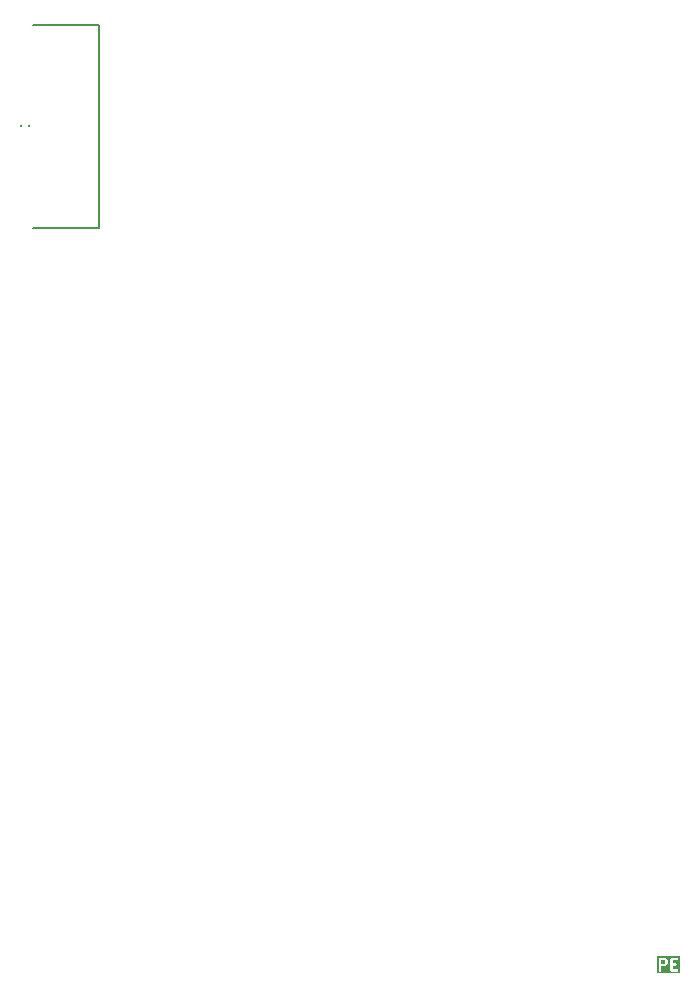
<source format=gbr>
%TF.GenerationSoftware,KiCad,Pcbnew,8.0.7-8.0.7-0~ubuntu24.04.1*%
%TF.CreationDate,2025-01-30T14:53:14+03:00*%
%TF.ProjectId,main,6d61696e-2e6b-4696-9361-645f70636258,rev?*%
%TF.SameCoordinates,Original*%
%TF.FileFunction,Legend,Top*%
%TF.FilePolarity,Positive*%
%FSLAX46Y46*%
G04 Gerber Fmt 4.6, Leading zero omitted, Abs format (unit mm)*
G04 Created by KiCad (PCBNEW 8.0.7-8.0.7-0~ubuntu24.04.1) date 2025-01-30 14:53:14*
%MOMM*%
%LPD*%
G01*
G04 APERTURE LIST*
%ADD10C,0.200000*%
%ADD11C,0.150000*%
%ADD12C,0.152400*%
%ADD13C,3.200000*%
%ADD14C,2.200000*%
%ADD15R,1.803400X0.635000*%
%ADD16R,2.997200X2.590800*%
%ADD17O,6.350000X6.350000*%
G04 APERTURE END LIST*
D10*
G36*
X21702668Y-40582024D02*
G01*
X21727337Y-40606692D01*
X21757142Y-40666302D01*
X21757142Y-40761945D01*
X21727337Y-40821554D01*
X21702668Y-40846222D01*
X21643059Y-40876028D01*
X21385714Y-40876028D01*
X21385714Y-40552219D01*
X21643059Y-40552219D01*
X21702668Y-40582024D01*
G37*
G36*
X22971094Y-41663330D02*
G01*
X21074603Y-41663330D01*
X21074603Y-40452219D01*
X21185714Y-40452219D01*
X21185714Y-41452219D01*
X21187635Y-41471728D01*
X21202567Y-41507776D01*
X21230157Y-41535366D01*
X21266205Y-41550298D01*
X21305223Y-41550298D01*
X21341271Y-41535366D01*
X21368861Y-41507776D01*
X21383793Y-41471728D01*
X21385714Y-41452219D01*
X21385714Y-41076028D01*
X21666666Y-41076028D01*
X21686175Y-41074107D01*
X21689495Y-41072731D01*
X21693079Y-41072477D01*
X21711387Y-41065471D01*
X21806625Y-41017852D01*
X21815021Y-41012566D01*
X21817461Y-41011556D01*
X21820207Y-41009302D01*
X21823215Y-41007409D01*
X21824944Y-41005414D01*
X21832615Y-40999120D01*
X21880233Y-40951501D01*
X21886525Y-40943834D01*
X21888523Y-40942102D01*
X21890416Y-40939093D01*
X21892670Y-40936348D01*
X21893680Y-40933907D01*
X21898966Y-40925511D01*
X21946585Y-40830274D01*
X21953591Y-40811965D01*
X21953845Y-40808381D01*
X21955221Y-40805061D01*
X21957142Y-40785552D01*
X21957142Y-40642695D01*
X21955221Y-40623186D01*
X21953845Y-40619865D01*
X21953591Y-40616282D01*
X21946585Y-40597973D01*
X21898966Y-40502736D01*
X21893680Y-40494339D01*
X21892670Y-40491899D01*
X21890416Y-40489153D01*
X21888523Y-40486145D01*
X21886525Y-40484412D01*
X21880233Y-40476746D01*
X21855707Y-40452219D01*
X22185714Y-40452219D01*
X22185714Y-41452219D01*
X22187635Y-41471728D01*
X22202567Y-41507776D01*
X22230157Y-41535366D01*
X22266205Y-41550298D01*
X22285714Y-41552219D01*
X22761904Y-41552219D01*
X22781413Y-41550298D01*
X22817461Y-41535366D01*
X22845051Y-41507776D01*
X22859983Y-41471728D01*
X22859983Y-41432710D01*
X22845051Y-41396662D01*
X22817461Y-41369072D01*
X22781413Y-41354140D01*
X22761904Y-41352219D01*
X22385714Y-41352219D01*
X22385714Y-41028409D01*
X22619047Y-41028409D01*
X22638556Y-41026488D01*
X22674604Y-41011556D01*
X22702194Y-40983966D01*
X22717126Y-40947918D01*
X22717126Y-40908900D01*
X22702194Y-40872852D01*
X22674604Y-40845262D01*
X22638556Y-40830330D01*
X22619047Y-40828409D01*
X22385714Y-40828409D01*
X22385714Y-40552219D01*
X22761904Y-40552219D01*
X22781413Y-40550298D01*
X22817461Y-40535366D01*
X22845051Y-40507776D01*
X22859983Y-40471728D01*
X22859983Y-40432710D01*
X22845051Y-40396662D01*
X22817461Y-40369072D01*
X22781413Y-40354140D01*
X22761904Y-40352219D01*
X22285714Y-40352219D01*
X22266205Y-40354140D01*
X22230157Y-40369072D01*
X22202567Y-40396662D01*
X22187635Y-40432710D01*
X22185714Y-40452219D01*
X21855707Y-40452219D01*
X21832615Y-40429127D01*
X21824944Y-40422832D01*
X21823215Y-40420838D01*
X21820207Y-40418944D01*
X21817461Y-40416691D01*
X21815021Y-40415680D01*
X21806625Y-40410395D01*
X21711387Y-40362776D01*
X21693079Y-40355770D01*
X21689495Y-40355515D01*
X21686175Y-40354140D01*
X21666666Y-40352219D01*
X21285714Y-40352219D01*
X21266205Y-40354140D01*
X21230157Y-40369072D01*
X21202567Y-40396662D01*
X21187635Y-40432710D01*
X21185714Y-40452219D01*
X21074603Y-40452219D01*
X21074603Y-40241108D01*
X22971094Y-40241108D01*
X22971094Y-41663330D01*
G37*
D11*
X-33101181Y29666667D02*
X-32386896Y29666667D01*
X-32386896Y29666667D02*
X-32244039Y29619048D01*
X-32244039Y29619048D02*
X-32148800Y29523810D01*
X-32148800Y29523810D02*
X-32101181Y29380953D01*
X-32101181Y29380953D02*
X-32101181Y29285715D01*
X-32101181Y30666667D02*
X-32101181Y30095239D01*
X-32101181Y30380953D02*
X-33101181Y30380953D01*
X-33101181Y30380953D02*
X-32958324Y30285715D01*
X-32958324Y30285715D02*
X-32863086Y30190477D01*
X-32863086Y30190477D02*
X-32815467Y30095239D01*
D12*
%TO.C,J1*%
X-31781300Y21376700D02*
X-26218700Y21376700D01*
X-26218700Y38623300D02*
X-31781300Y38623300D01*
X-26218700Y21376700D02*
X-26218700Y38623300D01*
%TD*%
%LPC*%
D13*
%TO.C,H3*%
X-36000000Y-46000000D03*
%TD*%
D14*
%TO.C,U2*%
X15000000Y45000000D03*
X15000000Y-45000000D03*
X29000000Y45000000D03*
X29000000Y-45000000D03*
%TD*%
D13*
%TO.C,H2*%
X-36000000Y46000000D03*
%TD*%
%TO.C,H1*%
X22000000Y46000000D03*
%TD*%
D15*
%TO.C,J1*%
X-32556000Y25500009D03*
X-32556000Y26500007D03*
X-32556000Y27500005D03*
X-32556000Y28500003D03*
X-32556000Y29500001D03*
X-32556000Y30499999D03*
X-32556000Y31499997D03*
X-32556000Y32499995D03*
X-32556000Y33499993D03*
X-32556000Y34499991D03*
D16*
X-30385999Y23149998D03*
X-30385999Y36850002D03*
%TD*%
D17*
%TO.C,PE1*%
X22000000Y-46000000D03*
%TD*%
%LPD*%
M02*

</source>
